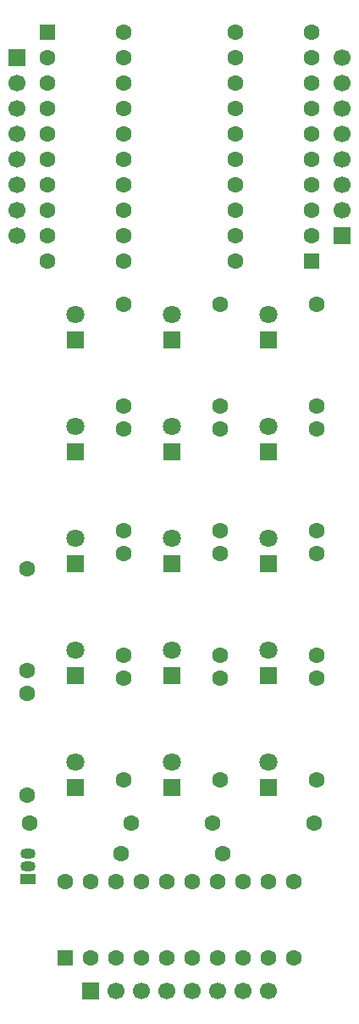
<source format=gbr>
%TF.GenerationSoftware,KiCad,Pcbnew,9.0.4-1.fc42*%
%TF.CreationDate,2025-09-21T18:40:38-04:00*%
%TF.ProjectId,DummyHat,44756d6d-7948-4617-942e-6b696361645f,rev?*%
%TF.SameCoordinates,Original*%
%TF.FileFunction,Soldermask,Top*%
%TF.FilePolarity,Negative*%
%FSLAX46Y46*%
G04 Gerber Fmt 4.6, Leading zero omitted, Abs format (unit mm)*
G04 Created by KiCad (PCBNEW 9.0.4-1.fc42) date 2025-09-21 18:40:38*
%MOMM*%
%LPD*%
G01*
G04 APERTURE LIST*
G04 Aperture macros list*
%AMRoundRect*
0 Rectangle with rounded corners*
0 $1 Rounding radius*
0 $2 $3 $4 $5 $6 $7 $8 $9 X,Y pos of 4 corners*
0 Add a 4 corners polygon primitive as box body*
4,1,4,$2,$3,$4,$5,$6,$7,$8,$9,$2,$3,0*
0 Add four circle primitives for the rounded corners*
1,1,$1+$1,$2,$3*
1,1,$1+$1,$4,$5*
1,1,$1+$1,$6,$7*
1,1,$1+$1,$8,$9*
0 Add four rect primitives between the rounded corners*
20,1,$1+$1,$2,$3,$4,$5,0*
20,1,$1+$1,$4,$5,$6,$7,0*
20,1,$1+$1,$6,$7,$8,$9,0*
20,1,$1+$1,$8,$9,$2,$3,0*%
G04 Aperture macros list end*
%ADD10C,1.600000*%
%ADD11R,1.800000X1.800000*%
%ADD12C,1.800000*%
%ADD13R,1.500000X1.050000*%
%ADD14O,1.500000X1.050000*%
%ADD15R,1.700000X1.700000*%
%ADD16C,1.700000*%
%ADD17RoundRect,0.250000X0.550000X0.550000X-0.550000X0.550000X-0.550000X-0.550000X0.550000X-0.550000X0*%
%ADD18RoundRect,0.250000X-0.550000X-0.550000X0.550000X-0.550000X0.550000X0.550000X-0.550000X0.550000X0*%
%ADD19RoundRect,0.250000X0.550000X-0.550000X0.550000X0.550000X-0.550000X0.550000X-0.550000X-0.550000X0*%
G04 APERTURE END LIST*
D10*
%TO.C,R11*%
X73914000Y-129540000D03*
X73914000Y-119380000D03*
%TD*%
D11*
%TO.C,D7*%
X78740000Y-96774000D03*
D12*
X78740000Y-94234000D03*
%TD*%
D13*
%TO.C,Q1*%
X54716000Y-139446000D03*
D14*
X54716000Y-138176000D03*
X54716000Y-136906000D03*
%TD*%
D11*
%TO.C,D6*%
X59436000Y-107955000D03*
D12*
X59436000Y-105415000D03*
%TD*%
D10*
%TO.C,R10*%
X64262000Y-129540000D03*
X64262000Y-119380000D03*
%TD*%
%TO.C,R6*%
X73914000Y-82042000D03*
X73914000Y-92202000D03*
%TD*%
D15*
%TO.C,J3*%
X86106000Y-75184000D03*
D16*
X86106000Y-72644000D03*
X86106000Y-70104000D03*
X86106000Y-67564000D03*
X86106000Y-65024000D03*
X86106000Y-62484000D03*
X86106000Y-59944000D03*
X86106000Y-57404000D03*
%TD*%
D10*
%TO.C,R1*%
X54610000Y-131064000D03*
X54610000Y-120904000D03*
%TD*%
D11*
%TO.C,D3*%
X59436000Y-85598000D03*
D12*
X59436000Y-83058000D03*
%TD*%
D10*
%TO.C,R14*%
X64008000Y-136906000D03*
X74168000Y-136906000D03*
%TD*%
%TO.C,R7*%
X64262000Y-82042000D03*
X64262000Y-92202000D03*
%TD*%
D11*
%TO.C,D5*%
X78740000Y-107955000D03*
D12*
X78740000Y-105415000D03*
%TD*%
D17*
%TO.C,U3*%
X83058000Y-77724000D03*
D10*
X83058000Y-75184000D03*
X83058000Y-72644000D03*
X83058000Y-70104000D03*
X83058000Y-67564000D03*
X83058000Y-65024000D03*
X83058000Y-62484000D03*
X83058000Y-59944000D03*
X83058000Y-57404000D03*
X83058000Y-54864000D03*
X75438000Y-54864000D03*
X75438000Y-57404000D03*
X75438000Y-59944000D03*
X75438000Y-62484000D03*
X75438000Y-65024000D03*
X75438000Y-67564000D03*
X75438000Y-70104000D03*
X75438000Y-72644000D03*
X75438000Y-75184000D03*
X75438000Y-77724000D03*
%TD*%
%TO.C,R15*%
X83312000Y-133858000D03*
X73152000Y-133858000D03*
%TD*%
%TO.C,R9*%
X83566000Y-117094000D03*
X83566000Y-106934000D03*
%TD*%
%TO.C,R3*%
X73914000Y-104648000D03*
X73914000Y-94488000D03*
%TD*%
D11*
%TO.C,D8*%
X69088000Y-96774000D03*
D12*
X69088000Y-94234000D03*
%TD*%
D10*
%TO.C,R16*%
X64262000Y-117094000D03*
X64262000Y-106934000D03*
%TD*%
%TO.C,R4*%
X64262000Y-104653000D03*
X64262000Y-94493000D03*
%TD*%
%TO.C,R2*%
X54610000Y-118618000D03*
X54610000Y-108458000D03*
%TD*%
D11*
%TO.C,D10*%
X59436000Y-119126000D03*
D12*
X59436000Y-116586000D03*
%TD*%
D10*
%TO.C,R12*%
X83566000Y-129540000D03*
X83566000Y-119380000D03*
%TD*%
D11*
%TO.C,D12*%
X78740000Y-119126000D03*
D12*
X78740000Y-116586000D03*
%TD*%
D11*
%TO.C,D9*%
X59436000Y-96779000D03*
D12*
X59436000Y-94239000D03*
%TD*%
D10*
%TO.C,R17*%
X83566000Y-104648000D03*
X83566000Y-94488000D03*
%TD*%
D11*
%TO.C,D1*%
X78740000Y-85598000D03*
D12*
X78740000Y-83058000D03*
%TD*%
D11*
%TO.C,D11*%
X69088000Y-119126000D03*
D12*
X69088000Y-116586000D03*
%TD*%
D11*
%TO.C,D15*%
X78740000Y-130307000D03*
D12*
X78740000Y-127767000D03*
%TD*%
D11*
%TO.C,D4*%
X69088000Y-107955000D03*
D12*
X69088000Y-105415000D03*
%TD*%
D15*
%TO.C,J2*%
X53594000Y-57404000D03*
D16*
X53594000Y-59944000D03*
X53594000Y-62484000D03*
X53594000Y-65024000D03*
X53594000Y-67564000D03*
X53594000Y-70104000D03*
X53594000Y-72644000D03*
X53594000Y-75184000D03*
%TD*%
D11*
%TO.C,D14*%
X69088000Y-130307000D03*
D12*
X69088000Y-127767000D03*
%TD*%
D11*
%TO.C,D2*%
X69088000Y-85598000D03*
D12*
X69088000Y-83058000D03*
%TD*%
D10*
%TO.C,R13*%
X54864000Y-133858000D03*
X65024000Y-133858000D03*
%TD*%
D15*
%TO.C,J1*%
X60956987Y-150618987D03*
D16*
X63496987Y-150618987D03*
X66036987Y-150618987D03*
X68576987Y-150618987D03*
X71116987Y-150618987D03*
X73656987Y-150618987D03*
X76196987Y-150618987D03*
X78736987Y-150618987D03*
%TD*%
D10*
%TO.C,R8*%
X73914000Y-117094000D03*
X73914000Y-106934000D03*
%TD*%
D11*
%TO.C,D13*%
X59436000Y-130307000D03*
D12*
X59436000Y-127767000D03*
%TD*%
D18*
%TO.C,U2*%
X56642000Y-54864000D03*
D10*
X56642000Y-57404000D03*
X56642000Y-59944000D03*
X56642000Y-62484000D03*
X56642000Y-65024000D03*
X56642000Y-67564000D03*
X56642000Y-70104000D03*
X56642000Y-72644000D03*
X56642000Y-75184000D03*
X56642000Y-77724000D03*
X64262000Y-77724000D03*
X64262000Y-75184000D03*
X64262000Y-72644000D03*
X64262000Y-70104000D03*
X64262000Y-67564000D03*
X64262000Y-65024000D03*
X64262000Y-62484000D03*
X64262000Y-59944000D03*
X64262000Y-57404000D03*
X64262000Y-54864000D03*
%TD*%
%TO.C,R5*%
X83566000Y-82042000D03*
X83566000Y-92202000D03*
%TD*%
D19*
%TO.C,U1*%
X58416987Y-147316987D03*
D10*
X60956987Y-147316987D03*
X63496987Y-147316987D03*
X66036987Y-147316987D03*
X68576987Y-147316987D03*
X71116987Y-147316987D03*
X73656987Y-147316987D03*
X76196987Y-147316987D03*
X78736987Y-147316987D03*
X81276987Y-147316987D03*
X81276987Y-139696987D03*
X78736987Y-139696987D03*
X76196987Y-139696987D03*
X73656987Y-139696987D03*
X71116987Y-139696987D03*
X68576987Y-139696987D03*
X66036987Y-139696987D03*
X63496987Y-139696987D03*
X60956987Y-139696987D03*
X58416987Y-139696987D03*
%TD*%
M02*

</source>
